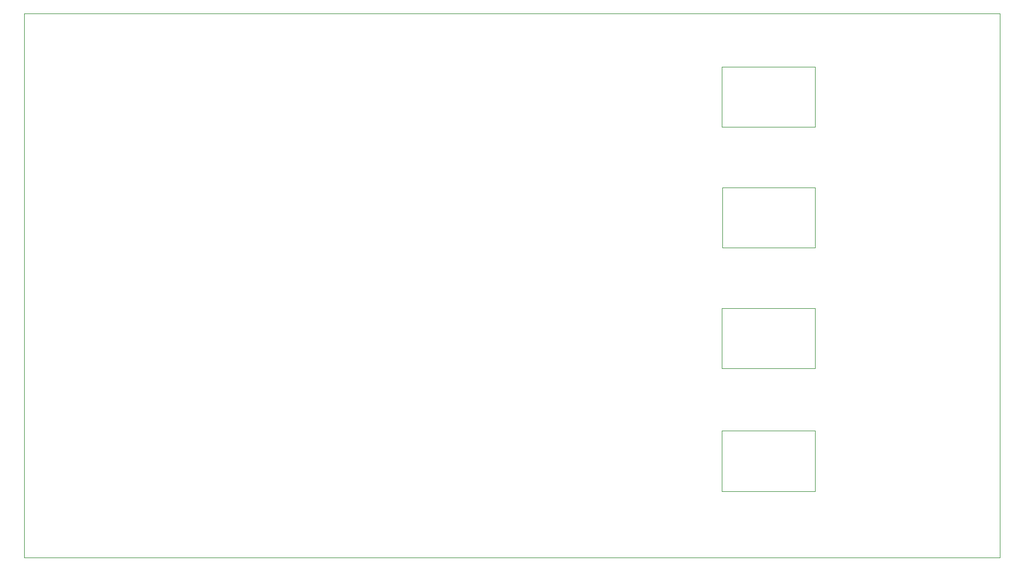
<source format=gbr>
G04 #@! TF.FileFunction,Profile,NP*
%FSLAX46Y46*%
G04 Gerber Fmt 4.6, Leading zero omitted, Abs format (unit mm)*
G04 Created by KiCad (PCBNEW 4.0.7-e2-6376~58~ubuntu16.04.1) date Wed May  2 00:30:33 2018*
%MOMM*%
%LPD*%
G01*
G04 APERTURE LIST*
%ADD10C,0.100000*%
%ADD11C,0.001000*%
G04 APERTURE END LIST*
D10*
D11*
X183150000Y-110900000D02*
X169150000Y-110900000D01*
X183150000Y-120000000D02*
X183150000Y-110900000D01*
X169150000Y-120000000D02*
X183150000Y-120000000D01*
X169150000Y-110900000D02*
X169150000Y-120000000D01*
X183200000Y-83300000D02*
X169200000Y-83300000D01*
X183200000Y-74200000D02*
X183200000Y-83300000D01*
X169200000Y-74200000D02*
X183200000Y-74200000D01*
X169200000Y-83300000D02*
X169200000Y-74200000D01*
X64000000Y-48000000D02*
X64000000Y-130000000D01*
X211000000Y-48000000D02*
X64000000Y-48000000D01*
X211000000Y-130000000D02*
X211000000Y-48000000D01*
X64000000Y-130000000D02*
X211000000Y-130000000D01*
X183150000Y-56000000D02*
X169150000Y-56000000D01*
X183150000Y-65100000D02*
X183150000Y-56000000D01*
X169150000Y-65100000D02*
X183150000Y-65100000D01*
X169150000Y-56000000D02*
X169150000Y-65100000D01*
X183150000Y-92400000D02*
X169150000Y-92400000D01*
X183150000Y-101500000D02*
X183150000Y-92400000D01*
X169150000Y-101500000D02*
X183150000Y-101500000D01*
X169150000Y-92400000D02*
X169150000Y-101500000D01*
M02*

</source>
